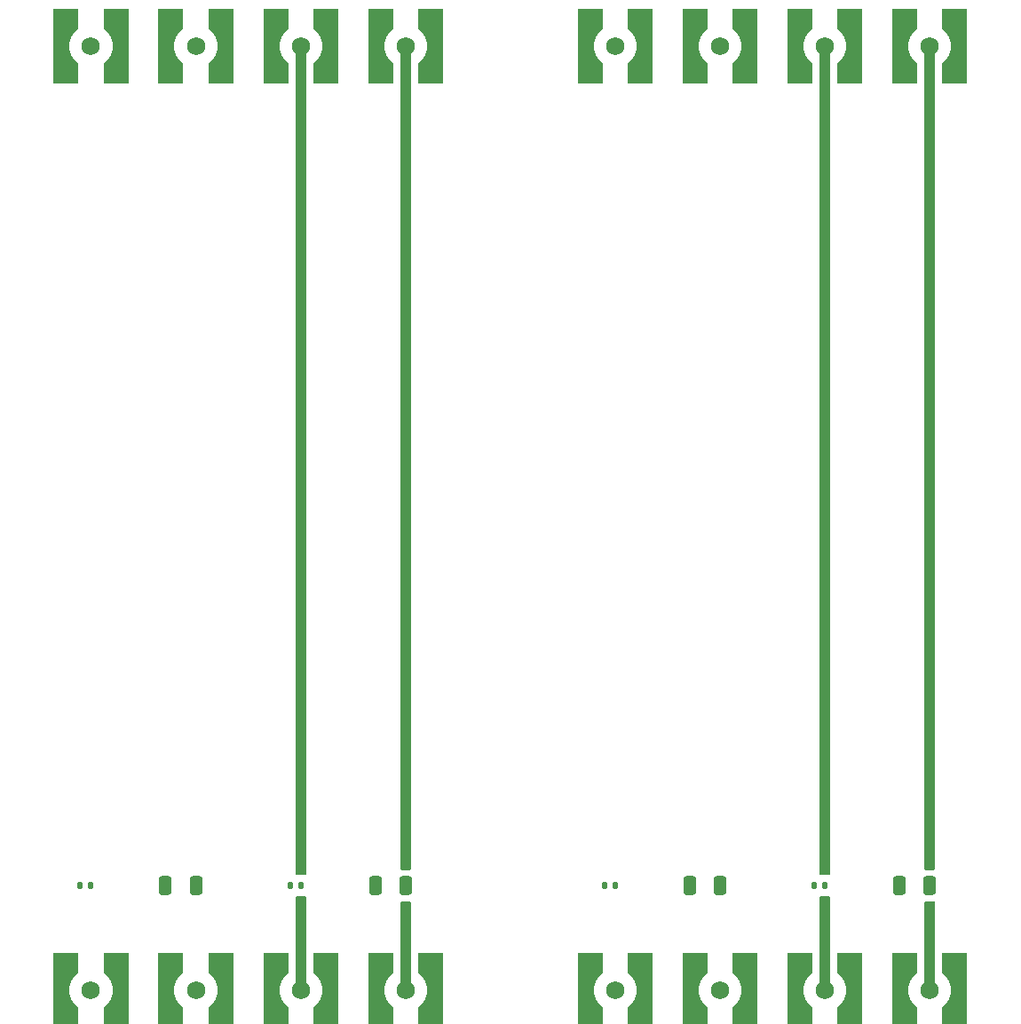
<source format=gbr>
%TF.GenerationSoftware,KiCad,Pcbnew,8.0.3*%
%TF.CreationDate,2024-06-13T14:30:09-05:00*%
%TF.ProjectId,jlcpcb flex RF,6a6c6370-6362-4206-966c-65782052462e,rev?*%
%TF.SameCoordinates,Original*%
%TF.FileFunction,Soldermask,Top*%
%TF.FilePolarity,Negative*%
%FSLAX46Y46*%
G04 Gerber Fmt 4.6, Leading zero omitted, Abs format (unit mm)*
G04 Created by KiCad (PCBNEW 8.0.3) date 2024-06-13 14:30:09*
%MOMM*%
%LPD*%
G01*
G04 APERTURE LIST*
G04 Aperture macros list*
%AMRoundRect*
0 Rectangle with rounded corners*
0 $1 Rounding radius*
0 $2 $3 $4 $5 $6 $7 $8 $9 X,Y pos of 4 corners*
0 Add a 4 corners polygon primitive as box body*
4,1,4,$2,$3,$4,$5,$6,$7,$8,$9,$2,$3,0*
0 Add four circle primitives for the rounded corners*
1,1,$1+$1,$2,$3*
1,1,$1+$1,$4,$5*
1,1,$1+$1,$6,$7*
1,1,$1+$1,$8,$9*
0 Add four rect primitives between the rounded corners*
20,1,$1+$1,$2,$3,$4,$5,0*
20,1,$1+$1,$4,$5,$6,$7,0*
20,1,$1+$1,$6,$7,$8,$9,0*
20,1,$1+$1,$8,$9,$2,$3,0*%
%AMFreePoly0*
4,1,25,-1.500000,1.420000,-1.360000,1.280000,-1.205000,1.155000,-1.035000,1.045000,-0.860000,0.950000,-0.675000,0.875000,-0.480000,0.820000,-0.280000,0.780000,-0.085000,0.765000,0.085000,0.765000,0.280000,0.780000,0.480000,0.820000,0.675000,0.875000,0.860000,0.950000,1.035000,1.045000,1.205000,1.155000,1.360000,1.280000,1.500000,1.420000,1.645000,1.595000,3.555000,1.595000,
3.555000,-0.755000,-3.555000,-0.755000,-3.555000,1.595000,-1.645000,1.595000,-1.500000,1.420000,-1.500000,1.420000,$1*%
G04 Aperture macros list end*
%ADD10RoundRect,0.250000X-0.350000X-0.650000X0.350000X-0.650000X0.350000X0.650000X-0.350000X0.650000X0*%
%ADD11RoundRect,0.135000X0.135000X0.185000X-0.135000X0.185000X-0.135000X-0.185000X0.135000X-0.185000X0*%
%ADD12C,1.730000*%
%ADD13FreePoly0,270.000000*%
%ADD14FreePoly0,90.000000*%
G04 APERTURE END LIST*
D10*
%TO.C,AE2*%
X87100000Y-135000000D03*
X90000000Y-135000000D03*
%TD*%
D11*
%TO.C,R2*%
X130000000Y-135000000D03*
X128980000Y-135000000D03*
%TD*%
D12*
%TO.C,J8*%
X90000000Y-145000000D03*
D13*
X87200000Y-145000000D03*
D14*
X92800000Y-145000000D03*
%TD*%
D10*
%TO.C,AE4*%
X137100000Y-135000000D03*
X140000000Y-135000000D03*
%TD*%
D12*
%TO.C,J16*%
X140000000Y-145000000D03*
D13*
X137200000Y-145000000D03*
D14*
X142800000Y-145000000D03*
%TD*%
D11*
%TO.C,R1*%
X110000000Y-135000000D03*
X108980000Y-135000000D03*
%TD*%
D12*
%TO.C,J9*%
X110000000Y-55000000D03*
D13*
X107200000Y-55000000D03*
D14*
X112800000Y-55000000D03*
%TD*%
D12*
%TO.C,J4*%
X70000000Y-145000000D03*
D13*
X67200000Y-145000000D03*
D14*
X72800000Y-145000000D03*
%TD*%
D12*
%TO.C,J7*%
X90000000Y-55000000D03*
D13*
X87200000Y-55000000D03*
D14*
X92800000Y-55000000D03*
%TD*%
D12*
%TO.C,J3*%
X70000000Y-55000000D03*
D13*
X67200000Y-55000000D03*
D14*
X72800000Y-55000000D03*
%TD*%
D12*
%TO.C,J11*%
X120000000Y-55000000D03*
D13*
X117200000Y-55000000D03*
D14*
X122800000Y-55000000D03*
%TD*%
D12*
%TO.C,J10*%
X110000000Y-145000000D03*
D13*
X107200000Y-145000000D03*
D14*
X112800000Y-145000000D03*
%TD*%
D12*
%TO.C,J14*%
X130000000Y-145000000D03*
D13*
X127200000Y-145000000D03*
D14*
X132800000Y-145000000D03*
%TD*%
D12*
%TO.C,J15*%
X140000000Y-55000000D03*
D13*
X137200000Y-55000000D03*
D14*
X142800000Y-55000000D03*
%TD*%
D10*
%TO.C,AE1*%
X67100000Y-135000000D03*
X70000000Y-135000000D03*
%TD*%
D12*
%TO.C,J12*%
X120000000Y-145000000D03*
D13*
X117200000Y-145000000D03*
D14*
X122800000Y-145000000D03*
%TD*%
D11*
%TO.C,R6*%
X80000000Y-135000000D03*
X78980000Y-135000000D03*
%TD*%
D12*
%TO.C,J6*%
X80000000Y-145000000D03*
D13*
X77200000Y-145000000D03*
D14*
X82800000Y-145000000D03*
%TD*%
D12*
%TO.C,J2*%
X60000000Y-145000000D03*
D13*
X57200000Y-145000000D03*
D14*
X62800000Y-145000000D03*
%TD*%
D11*
%TO.C,R3*%
X60000000Y-135000000D03*
X58980000Y-135000000D03*
%TD*%
D10*
%TO.C,AE3*%
X117100000Y-135000000D03*
X120000000Y-135000000D03*
%TD*%
D12*
%TO.C,J13*%
X130000000Y-55000000D03*
D13*
X127200000Y-55000000D03*
D14*
X132800000Y-55000000D03*
%TD*%
D12*
%TO.C,J1*%
X60000000Y-55000000D03*
D13*
X57200000Y-55000000D03*
D14*
X62800000Y-55000000D03*
%TD*%
D12*
%TO.C,J5*%
X80000000Y-55000000D03*
D13*
X77200000Y-55000000D03*
D14*
X82800000Y-55000000D03*
%TD*%
G36*
X80443039Y-136019685D02*
G01*
X80488794Y-136072489D01*
X80500000Y-136124000D01*
X80500000Y-144876000D01*
X80480315Y-144943039D01*
X80427511Y-144988794D01*
X80376000Y-145000000D01*
X79624000Y-145000000D01*
X79556961Y-144980315D01*
X79511206Y-144927511D01*
X79500000Y-144876000D01*
X79500000Y-136124000D01*
X79519685Y-136056961D01*
X79572489Y-136011206D01*
X79624000Y-136000000D01*
X80376000Y-136000000D01*
X80443039Y-136019685D01*
G37*
G36*
X130443039Y-54519685D02*
G01*
X130488794Y-54572489D01*
X130500000Y-54624000D01*
X130500000Y-133876000D01*
X130480315Y-133943039D01*
X130427511Y-133988794D01*
X130376000Y-134000000D01*
X129624000Y-134000000D01*
X129556961Y-133980315D01*
X129511206Y-133927511D01*
X129500000Y-133876000D01*
X129500000Y-54624000D01*
X129519685Y-54556961D01*
X129572489Y-54511206D01*
X129624000Y-54500000D01*
X130376000Y-54500000D01*
X130443039Y-54519685D01*
G37*
G36*
X90443039Y-55019685D02*
G01*
X90488794Y-55072489D01*
X90500000Y-55124000D01*
X90500000Y-133376000D01*
X90480315Y-133443039D01*
X90427511Y-133488794D01*
X90376000Y-133500000D01*
X89624000Y-133500000D01*
X89556961Y-133480315D01*
X89511206Y-133427511D01*
X89500000Y-133376000D01*
X89500000Y-55124000D01*
X89519685Y-55056961D01*
X89572489Y-55011206D01*
X89624000Y-55000000D01*
X90376000Y-55000000D01*
X90443039Y-55019685D01*
G37*
G36*
X140443039Y-55019685D02*
G01*
X140488794Y-55072489D01*
X140500000Y-55124000D01*
X140500000Y-133376000D01*
X140480315Y-133443039D01*
X140427511Y-133488794D01*
X140376000Y-133500000D01*
X139624000Y-133500000D01*
X139556961Y-133480315D01*
X139511206Y-133427511D01*
X139500000Y-133376000D01*
X139500000Y-55124000D01*
X139519685Y-55056961D01*
X139572489Y-55011206D01*
X139624000Y-55000000D01*
X140376000Y-55000000D01*
X140443039Y-55019685D01*
G37*
G36*
X140443039Y-136519685D02*
G01*
X140488794Y-136572489D01*
X140500000Y-136624000D01*
X140500000Y-144876000D01*
X140480315Y-144943039D01*
X140427511Y-144988794D01*
X140376000Y-145000000D01*
X139624000Y-145000000D01*
X139556961Y-144980315D01*
X139511206Y-144927511D01*
X139500000Y-144876000D01*
X139500000Y-136624000D01*
X139519685Y-136556961D01*
X139572489Y-136511206D01*
X139624000Y-136500000D01*
X140376000Y-136500000D01*
X140443039Y-136519685D01*
G37*
G36*
X130443039Y-136019685D02*
G01*
X130488794Y-136072489D01*
X130500000Y-136124000D01*
X130500000Y-144876000D01*
X130480315Y-144943039D01*
X130427511Y-144988794D01*
X130376000Y-145000000D01*
X129624000Y-145000000D01*
X129556961Y-144980315D01*
X129511206Y-144927511D01*
X129500000Y-144876000D01*
X129500000Y-136124000D01*
X129519685Y-136056961D01*
X129572489Y-136011206D01*
X129624000Y-136000000D01*
X130376000Y-136000000D01*
X130443039Y-136019685D01*
G37*
G36*
X80443039Y-55019685D02*
G01*
X80488794Y-55072489D01*
X80500000Y-55124000D01*
X80500000Y-133876000D01*
X80480315Y-133943039D01*
X80427511Y-133988794D01*
X80376000Y-134000000D01*
X79624000Y-134000000D01*
X79556961Y-133980315D01*
X79511206Y-133927511D01*
X79500000Y-133876000D01*
X79500000Y-55124000D01*
X79519685Y-55056961D01*
X79572489Y-55011206D01*
X79624000Y-55000000D01*
X80376000Y-55000000D01*
X80443039Y-55019685D01*
G37*
G36*
X90443039Y-136519685D02*
G01*
X90488794Y-136572489D01*
X90500000Y-136624000D01*
X90500000Y-144876000D01*
X90480315Y-144943039D01*
X90427511Y-144988794D01*
X90376000Y-145000000D01*
X89624000Y-145000000D01*
X89556961Y-144980315D01*
X89511206Y-144927511D01*
X89500000Y-144876000D01*
X89500000Y-136624000D01*
X89519685Y-136556961D01*
X89572489Y-136511206D01*
X89624000Y-136500000D01*
X90376000Y-136500000D01*
X90443039Y-136519685D01*
G37*
M02*

</source>
